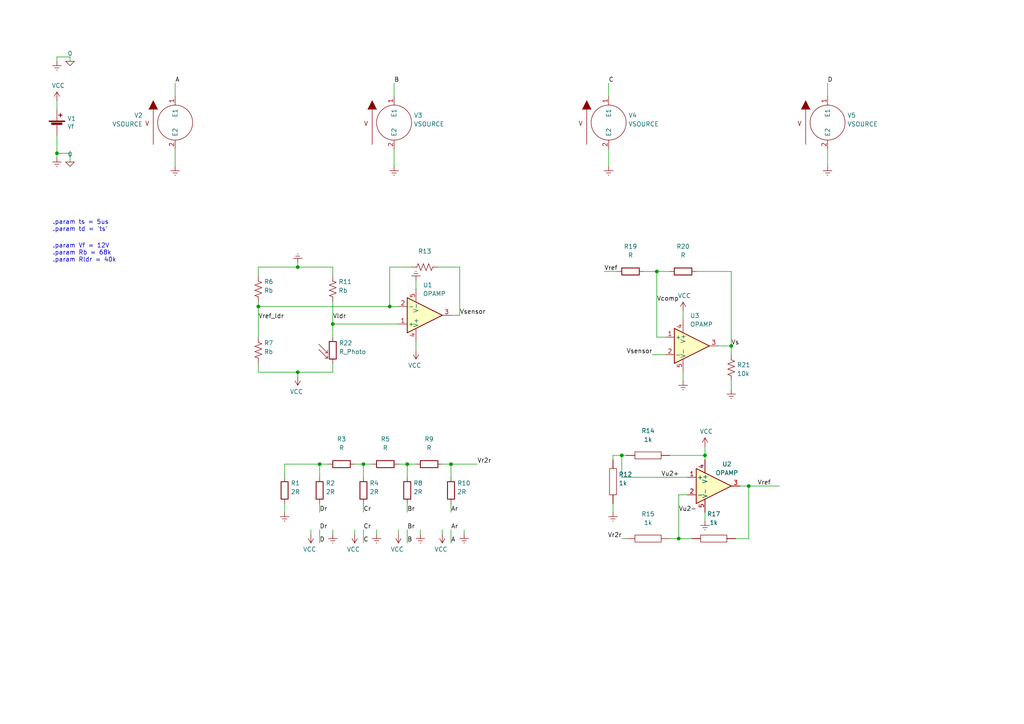
<source format=kicad_sch>
(kicad_sch (version 20211123) (generator eeschema)
  (paper "A4")
  (lib_symbols
    (symbol "Device:Battery_Cell" (pin_numbers hide) (pin_names (offset 0) hide)
      (property "Reference" "BT" (at 2.54 2.54 0))
      (property "Value" "Battery_Cell" (at 2.54 0 0))
      (symbol "Battery_Cell_0_1"
        (rectangle (start -2.286 1.778) (end 2.286 1.524) (fill (type outline)))
        (rectangle (start -1.5748 1.1938) (end 1.4732 0.6858) (fill (type outline)))
        (polyline (pts (xy 0 0.762) (xy 0 0)))
        (polyline (pts (xy 0 1.778) (xy 0 2.54)))
        (polyline (pts (xy 0.508 3.429) (xy 1.524 3.429)) (stroke (width 0.254)))
        (polyline (pts (xy 1.016 3.937) (xy 1.016 2.921)) (stroke (width 0.254)))
      )
      (symbol "Battery_Cell_1_1"
        (pin passive line (at 0 5.08 270) (length 2.54) (name "+") (number "1"))
        (pin passive line (at 0 -2.54 90) (length 2.54) (name "-") (number "2"))
      )
    )
    (symbol "Device:R" (pin_numbers hide) (pin_names (offset 0))
      (property "Reference" "R" (at 2.032 0 90))
      (property "Value" "R" (at 0 0 90))
      (symbol "R_0_1"
        (rectangle (start -1.016 -2.54) (end 1.016 2.54) (stroke (width 0.254)))
      )
      (symbol "R_1_1"
        (pin passive line (at 0 3.81 270) (length 1.27) (name "~") (number "1"))
        (pin passive line (at 0 -3.81 90) (length 1.27) (name "~") (number "2"))
      )
    )
    (symbol "Device:R_Photo" (pin_numbers hide) (pin_names (offset 0))
      (property "Reference" "R" (at 1.27 1.27 0))
      (property "Value" "R_Photo" (at 1.27 0 0))
      (symbol "R_Photo_0_1"
        (rectangle (start -1.016 2.54) (end 1.016 -2.54) (stroke (width 0.254)))
        (polyline (pts (xy -1.524 -2.286) (xy -4.064 0.254)))
        (polyline (pts (xy -1.524 -2.286) (xy -2.286 -2.286)))
        (polyline (pts (xy -1.524 -2.286) (xy -1.524 -1.524)))
        (polyline (pts (xy -1.524 -0.762) (xy -4.064 1.778)))
        (polyline (pts (xy -1.524 -0.762) (xy -2.286 -0.762)))
        (polyline (pts (xy -1.524 -0.762) (xy -1.524 0)))
      )
      (symbol "R_Photo_1_1"
        (pin passive line (at 0 3.81 270) (length 1.27) (name "~") (number "1"))
        (pin passive line (at 0 -3.81 90) (length 1.27) (name "~") (number "2"))
      )
    )
    (symbol "Device:R_US" (pin_numbers hide) (pin_names (offset 0))
      (property "Reference" "R" (at 2.54 0 90))
      (property "Value" "R_US" (at -2.54 0 90))
      (symbol "R_US_0_1"
        (polyline (pts (xy 0 -2.286) (xy 0 -2.54)))
        (polyline (pts (xy 0 2.286) (xy 0 2.54)))
        (polyline (pts (xy 0 -0.762) (xy 1.016 -1.143) (xy 0 -1.524) (xy -1.016 -1.905) (xy 0 -2.286)))
        (polyline (pts (xy 0 0.762) (xy 1.016 0.381) (xy 0 0) (xy -1.016 -0.381) (xy 0 -0.762)))
        (polyline (pts (xy 0 2.286) (xy 1.016 1.905) (xy 0 1.524) (xy -1.016 1.143) (xy 0 0.762)))
      )
      (symbol "R_US_1_1"
        (pin passive line (at 0 3.81 270) (length 1.27) (name "~") (number "1"))
        (pin passive line (at 0 -3.81 90) (length 1.27) (name "~") (number "2"))
      )
    )
    (symbol "Simulation_SPICE:OPAMP" (pin_names (offset 0.254))
      (property "Reference" "U" (at 3.81 3.175 0))
      (property "Value" "OPAMP" (at 3.81 -3.175 0))
      (symbol "OPAMP_0_1"
        (polyline (pts (xy 5.08 0) (xy -5.08 5.08) (xy -5.08 -5.08) (xy 5.08 0)) (stroke (width 0.254)) (fill (type background)))
      )
      (symbol "OPAMP_1_1"
        (pin input line (at -7.62 2.54 0) (length 2.54) (name "+") (number "1"))
        (pin input line (at -7.62 -2.54 0) (length 2.54) (name "-") (number "2"))
        (pin output line (at 7.62 0 180) (length 2.54) (name "~") (number "3"))
        (pin power_in line (at -2.54 7.62 270) (length 3.81) (name "V+") (number "4"))
        (pin power_in line (at -2.54 -7.62 90) (length 3.81) (name "V-") (number "5"))
      )
    )
    (symbol "power:Earth" (power) (pin_names (offset 0))
      (symbol "Earth_0_1"
        (polyline (pts (xy -0.635 -1.905) (xy 0.635 -1.905)))
        (polyline (pts (xy -0.127 -2.54) (xy 0.127 -2.54)))
        (polyline (pts (xy 0 -1.27) (xy 0 0)))
        (polyline (pts (xy 1.27 -1.27) (xy -1.27 -1.27)))
      )
      (symbol "Earth_1_1"
        (pin power_in line (at 0 0 270) (length 0) hide (name "Earth") (number "1"))
      )
    )
    (symbol "power:VCC" (power) (pin_names (offset 0))
      (property "Value" "VCC" (at 0 3.81 0))
      (symbol "VCC_0_1"
        (polyline (pts (xy -0.762 1.27) (xy 0 2.54)))
        (polyline (pts (xy 0 0) (xy 0 2.54)))
        (polyline (pts (xy 0 2.54) (xy 0.762 1.27)))
      )
      (symbol "VCC_1_1"
        (pin power_in line (at 0 0 90) (length 0) hide (name "VCC") (number "1"))
      )
    )
    (symbol "pspice:0" (power) (pin_names (offset 0))
      (property "Value" "0" (at 0 -1.778 0))
      (symbol "0_0_1"
        (polyline (pts (xy -1.27 0) (xy 0 -1.27) (xy 1.27 0) (xy -1.27 0)))
      )
      (symbol "0_1_1"
        (pin power_in line (at 0 0 0) (length 0) hide (name "0") (number "1"))
      )
    )
    (symbol "pspice:R" (pin_numbers hide) (pin_names (offset 0))
      (property "Reference" "R" (at 2.032 0 90))
      (property "Value" "R" (at 0 0 90))
      (symbol "R_0_1"
        (rectangle (start -1.016 3.81) (end 1.016 -3.81))
      )
      (symbol "R_1_1"
        (pin passive line (at 0 6.35 270) (length 2.54) (name "~") (number "1"))
        (pin passive line (at 0 -6.35 90) (length 2.54) (name "~") (number "2"))
      )
    )
    (symbol "pspice:VSOURCE" (pin_names (offset 1.016))
      (property "Reference" "V" (at -6.35 7.62 0))
      (property "Value" "VSOURCE" (at 0 0 0))
      (symbol "VSOURCE_0_1"
        (polyline (pts (xy -6.35 -6.35) (xy -6.35 3.81)) (fill (type outline)))
        (polyline (pts (xy -7.62 3.81) (xy -6.35 6.35) (xy -5.08 3.81)) (fill (type outline)))
        (circle (center 0 0) (radius 5.08))
        (text "V" (at -8.128 -0.254 0) (effects (font (size 1.27 1.27))))
      )
      (symbol "VSOURCE_1_1"
        (pin input line (at 0 7.62 270) (length 2.54) (name "E1") (number "1"))
        (pin input line (at 0 -7.62 90) (length 2.54) (name "E2") (number "2"))
      )
    )
  )
  (junction (at 86.36 107.95))
  (junction (at 113.03 88.9))
  (junction (at 92.71 134.62))
  (junction (at 118.11 134.62))
  (junction (at 180.34 132.08))
  (junction (at 196.85 156.21))
  (junction (at 190.5 78.74))
  (junction (at 16.51 44.45))
  (junction (at 212.09 100.33))
  (junction (at 130.81 134.62))
  (junction (at 74.93 88.9))
  (junction (at 204.47 132.08))
  (junction (at 86.36 77.47))
  (junction (at 105.41 134.62))
  (junction (at 96.52 93.98))
  (junction (at 217.17 140.97))
  (wire (pts (xy 198.12 107.95) (xy 198.12 110.49)))
  (wire (pts (xy 130.81 91.44) (xy 133.35 91.44)))
  (wire (pts (xy 82.55 134.62) (xy 92.71 134.62)))
  (wire (pts (xy 204.47 129.54) (xy 204.47 132.08)))
  (wire (pts (xy 96.52 93.98) (xy 96.52 97.79)))
  (wire (pts (xy 118.11 157.48) (xy 118.11 153.67)))
  (wire (pts (xy 217.17 140.97) (xy 217.17 156.21)))
  (wire (pts (xy 115.57 134.62) (xy 118.11 134.62)))
  (wire (pts (xy 74.93 80.01) (xy 74.93 77.47)))
  (wire (pts (xy 128.27 153.67) (xy 128.27 154.94)))
  (wire (pts (xy 177.8 148.59) (xy 177.8 146.05)))
  (wire (pts (xy 121.92 153.67) (xy 121.92 154.94)))
  (wire (pts (xy 201.93 78.74) (xy 212.09 78.74)))
  (wire (pts (xy 120.65 81.28) (xy 120.65 83.82)))
  (wire (pts (xy 96.52 107.95) (xy 86.36 107.95)))
  (wire (pts (xy 105.41 146.05) (xy 105.41 148.59)))
  (wire (pts (xy 16.51 44.45) (xy 20.32 44.45)))
  (wire (pts (xy 212.09 110.49) (xy 212.09 113.03)))
  (wire (pts (xy 105.41 157.48) (xy 105.41 153.67)))
  (wire (pts (xy 198.12 90.17) (xy 198.12 92.71)))
  (wire (pts (xy 20.32 16.51) (xy 20.32 17.78)))
  (wire (pts (xy 240.03 24.13) (xy 240.03 27.94)))
  (wire (pts (xy 128.27 134.62) (xy 130.81 134.62)))
  (wire (pts (xy 86.36 76.2) (xy 86.36 77.47)))
  (wire (pts (xy 82.55 148.59) (xy 82.55 146.05)))
  (wire (pts (xy 180.34 138.43) (xy 180.34 132.08)))
  (wire (pts (xy 96.52 77.47) (xy 96.52 80.01)))
  (wire (pts (xy 130.81 134.62) (xy 130.81 138.43)))
  (wire (pts (xy 118.11 134.62) (xy 120.65 134.62)))
  (wire (pts (xy 130.81 134.62) (xy 138.43 134.62)))
  (wire (pts (xy 127 77.47) (xy 133.35 77.47)))
  (wire (pts (xy 86.36 77.47) (xy 96.52 77.47)))
  (wire (pts (xy 204.47 151.13) (xy 204.47 148.59)))
  (wire (pts (xy 189.23 102.87) (xy 193.04 102.87)))
  (wire (pts (xy 114.3 43.18) (xy 114.3 48.26)))
  (wire (pts (xy 133.35 77.47) (xy 133.35 91.44)))
  (wire (pts (xy 217.17 140.97) (xy 226.06 140.97)))
  (wire (pts (xy 134.62 153.67) (xy 134.62 154.94)))
  (wire (pts (xy 96.52 87.63) (xy 96.52 93.98)))
  (wire (pts (xy 130.81 153.67) (xy 130.81 157.48)))
  (wire (pts (xy 180.34 138.43) (xy 199.39 138.43)))
  (wire (pts (xy 194.31 156.21) (xy 196.85 156.21)))
  (wire (pts (xy 92.71 146.05) (xy 92.71 148.59)))
  (wire (pts (xy 130.81 146.05) (xy 130.81 148.59)))
  (wire (pts (xy 204.47 132.08) (xy 204.47 133.35)))
  (wire (pts (xy 92.71 134.62) (xy 95.25 134.62)))
  (wire (pts (xy 240.03 43.18) (xy 240.03 48.26)))
  (wire (pts (xy 82.55 138.43) (xy 82.55 134.62)))
  (wire (pts (xy 190.5 78.74) (xy 194.31 78.74)))
  (wire (pts (xy 16.51 16.51) (xy 20.32 16.51)))
  (wire (pts (xy 175.26 78.74) (xy 179.07 78.74)))
  (wire (pts (xy 105.41 138.43) (xy 105.41 134.62)))
  (wire (pts (xy 177.8 133.35) (xy 177.8 132.08)))
  (wire (pts (xy 180.34 132.08) (xy 181.61 132.08)))
  (wire (pts (xy 176.53 24.13) (xy 176.53 27.94)))
  (wire (pts (xy 96.52 105.41) (xy 96.52 107.95)))
  (wire (pts (xy 196.85 156.21) (xy 196.85 143.51)))
  (wire (pts (xy 118.11 146.05) (xy 118.11 148.59)))
  (wire (pts (xy 119.38 77.47) (xy 113.03 77.47)))
  (wire (pts (xy 190.5 97.79) (xy 190.5 78.74)))
  (wire (pts (xy 113.03 88.9) (xy 115.57 88.9)))
  (wire (pts (xy 20.32 44.45) (xy 20.32 46.99)))
  (wire (pts (xy 16.51 17.78) (xy 16.51 16.51)))
  (wire (pts (xy 50.8 24.13) (xy 50.8 27.94)))
  (wire (pts (xy 214.63 140.97) (xy 217.17 140.97)))
  (wire (pts (xy 96.52 93.98) (xy 115.57 93.98)))
  (wire (pts (xy 186.69 78.74) (xy 190.5 78.74)))
  (wire (pts (xy 74.93 107.95) (xy 74.93 105.41)))
  (wire (pts (xy 16.51 44.45) (xy 16.51 45.72)))
  (wire (pts (xy 96.52 153.67) (xy 96.52 154.94)))
  (wire (pts (xy 86.36 109.22) (xy 86.36 107.95)))
  (wire (pts (xy 176.53 43.18) (xy 176.53 48.26)))
  (wire (pts (xy 180.34 156.21) (xy 181.61 156.21)))
  (wire (pts (xy 109.22 153.67) (xy 109.22 154.94)))
  (wire (pts (xy 74.93 88.9) (xy 74.93 97.79)))
  (wire (pts (xy 92.71 157.48) (xy 92.71 153.67)))
  (wire (pts (xy 213.36 156.21) (xy 217.17 156.21)))
  (wire (pts (xy 74.93 88.9) (xy 74.93 87.63)))
  (wire (pts (xy 120.65 99.06) (xy 120.65 101.6)))
  (wire (pts (xy 177.8 132.08) (xy 180.34 132.08)))
  (wire (pts (xy 114.3 24.13) (xy 114.3 27.94)))
  (wire (pts (xy 74.93 88.9) (xy 113.03 88.9)))
  (wire (pts (xy 196.85 156.21) (xy 200.66 156.21)))
  (wire (pts (xy 113.03 77.47) (xy 113.03 88.9)))
  (wire (pts (xy 74.93 77.47) (xy 86.36 77.47)))
  (wire (pts (xy 86.36 107.95) (xy 74.93 107.95)))
  (wire (pts (xy 50.8 43.18) (xy 50.8 48.26)))
  (wire (pts (xy 102.87 153.67) (xy 102.87 154.94)))
  (wire (pts (xy 212.09 78.74) (xy 212.09 100.33)))
  (wire (pts (xy 92.71 138.43) (xy 92.71 134.62)))
  (wire (pts (xy 115.57 153.67) (xy 115.57 154.94)))
  (wire (pts (xy 102.87 134.62) (xy 105.41 134.62)))
  (wire (pts (xy 196.85 143.51) (xy 199.39 143.51)))
  (wire (pts (xy 193.04 97.79) (xy 190.5 97.79)))
  (wire (pts (xy 16.51 39.37) (xy 16.51 44.45)))
  (wire (pts (xy 194.31 132.08) (xy 204.47 132.08)))
  (wire (pts (xy 90.17 153.67) (xy 90.17 154.94)))
  (wire (pts (xy 208.28 100.33) (xy 212.09 100.33)))
  (wire (pts (xy 105.41 134.62) (xy 107.95 134.62)))
  (wire (pts (xy 118.11 138.43) (xy 118.11 134.62)))
  (wire (pts (xy 212.09 100.33) (xy 212.09 102.87)))
  (wire (pts (xy 16.51 31.75) (xy 16.51 29.21)))
  (text ".param Vf = 12V\n.param Rb = 68k\n.param Rldr = 40k" (at 15.24 76.2 0) (effects (font (size 1.27 1.27)) (justify left bottom)))
  (text ".param ts = 5us\n.param td = 'ts'" (at 15.24 67.31 0) (effects (font (size 1.27 1.27)) (justify left bottom)))
  (label "Ar" (at 130.81 153.67 0))
  (label "A" (at 130.81 157.48 0))
  (label "Vu2+" (at 191.77 138.43 0))
  (label "Vsensor" (at 189.23 102.87 180))
  (label "Vsensor" (at 133.35 91.44 0))
  (label "Vr2r" (at 180.34 156.21 180))
  (label "D" (at 240.03 24.13 0))
  (label "Vcomp" (at 190.5 87.63 0))
  (label "Vldr" (at 96.52 92.71 0))
  (label "Vref_ldr" (at 74.93 92.71 0))
  (label "Vu2-" (at 196.85 148.59 0))
  (label "C" (at 105.41 157.48 0))
  (label "Ar" (at 130.81 148.59 0))
  (label "Vref" (at 219.71 140.97 0))
  (label "Cr" (at 105.41 148.59 0))
  (label "Dr" (at 92.71 148.59 0))
  (label "C" (at 176.53 24.13 0))
  (label "Vref" (at 175.26 78.74 0))
  (label "A" (at 50.8 24.13 0))
  (label "Vs" (at 212.09 100.33 0))
  (label "Br" (at 118.11 153.67 0))
  (label "Vr2r" (at 138.43 134.62 0))
  (label "Br" (at 118.11 148.59 0))
  (label "D" (at 92.71 157.48 0))
  (label "Dr" (at 92.71 153.67 0))
  (label "B" (at 118.11 157.48 0))
  (label "B" (at 114.3 24.13 0))
  (label "Cr" (at 105.41 153.67 0))
  (symbol (lib_id "pspice:VSOURCE") (at 50.8 35.56 0) (unit 1)
    (property "Reference" "V2" (at 41.4133 33.4569 0) (effects (justify right)))
    (property "Value" "VSOURCE" (at 41.4133 35.9938 0) (effects (justify right)))
    (property "Spice_Primitive" "V" (effects hide))
    (property "Spice_Model" "dc Vf pwl(0 0 50m 0 '50m+ts' Vf 62.5m Vf '62.5m+td' 0 r =0)" (at 96.52 54.61 0) (effects (justify right)))
    (property "Spice_Netlist_Enabled" "Y" (effects hide))
  )
  (symbol (lib_id "power:Earth") (at 50.8 48.26 0) (unit 1)
    (property "Reference" "#PWR06" (effects hide))
    (property "Value" "Earth" (effects hide))
  )
  (symbol (lib_id "power:Earth") (at 204.47 151.13 0) (unit 1)
    (property "Reference" "#PWR026" (effects hide))
    (property "Value" "Earth" (effects hide))
  )
  (symbol (lib_id "Device:R") (at 99.06 134.62 270) (unit 1)
    (property "Reference" "R3" (at 99.06 127.3674 90))
    (property "Value" "R" (at 99.06 129.9043 90))
    (property "Spice_Primitive" "R" (effects hide))
    (property "Spice_Model" "11k" (at 99.06 132.4412 90))
    (property "Spice_Netlist_Enabled" "Y" (effects hide))
  )
  (symbol (lib_id "Device:R") (at 82.55 142.24 0) (unit 1)
    (property "Reference" "R1" (at 84.328 140.1369 0) (effects (justify left)))
    (property "Value" "2R" (at 84.328 142.6738 0) (effects (justify left)))
    (property "Spice_Primitive" "R" (effects hide))
    (property "Spice_Model" "22k" (at 84.328 145.2107 0) (effects (justify left)))
    (property "Spice_Netlist_Enabled" "Y" (effects hide))
  )
  (symbol (lib_id "power:Earth") (at 82.55 148.59 0) (unit 1)
    (property "Reference" "#PWR01" (effects hide))
    (property "Value" "Earth" (effects hide))
  )
  (symbol (lib_id "pspice:VSOURCE") (at 114.3 35.56 0) (unit 1)
    (property "Reference" "V3" (at 120.015 33.4569 0) (effects (justify left)))
    (property "Value" "VSOURCE" (at 120.015 35.9938 0) (effects (justify left)))
    (property "Spice_Primitive" "V" (effects hide))
    (property "Spice_Model" "dc Vf pwl(0 0 25m 0 '25m+ts' Vf 50m Vf  '50m+td' 0 62.5m 0 r=0)" (at 105.41 20.32 0) (effects (justify left)))
    (property "Spice_Netlist_Enabled" "Y" (effects hide))
  )
  (symbol (lib_id "power:Earth") (at 114.3 48.26 0) (unit 1)
    (property "Reference" "#PWR011" (effects hide))
    (property "Value" "Earth" (effects hide))
  )
  (symbol (lib_id "pspice:VSOURCE") (at 176.53 35.56 0) (unit 1)
    (property "Reference" "V4" (at 182.245 33.4569 0) (effects (justify left)))
    (property "Value" "VSOURCE" (at 182.245 35.9938 0) (effects (justify left)))
    (property "Spice_Primitive" "V" (effects hide))
    (property "Spice_Model" "dc Vf pwl(0 0 12.5m 0 '12.5m+ts' Vf 25m Vf '25m+td' 0 37.5m 0 '37.5m+ts' Vf 50m Vf '50m+td' 0 62.5m 0 r =0)" (at 167.64 54.61 0) (effects (justify left)))
    (property "Spice_Netlist_Enabled" "Y" (effects hide))
  )
  (symbol (lib_id "power:Earth") (at 176.53 48.26 0) (unit 1)
    (property "Reference" "#PWR017" (effects hide))
    (property "Value" "Earth" (effects hide))
  )
  (symbol (lib_id "pspice:VSOURCE") (at 240.03 35.56 0) (unit 1)
    (property "Reference" "V5" (at 245.7449 33.4569 0) (effects (justify left)))
    (property "Value" "VSOURCE" (at 245.7449 35.9938 0) (effects (justify left)))
    (property "Spice_Primitive" "V" (effects hide))
    (property "Spice_Model" "dc Vf pulse(0 Vf 6.25m ts td 6.25m 12.5m)" (at 231.14 20.32 0) (effects (justify left)))
    (property "Spice_Netlist_Enabled" "Y" (effects hide))
  )
  (symbol (lib_id "power:Earth") (at 240.03 48.26 0) (unit 1)
    (property "Reference" "#PWR022" (effects hide))
    (property "Value" "Earth" (effects hide))
  )
  (symbol (lib_id "power:Earth") (at 16.51 45.72 0) (unit 1)
    (property "Reference" "#PWR?" (effects hide))
    (property "Value" "Earth" (effects hide))
  )
  (symbol (lib_id "power:VCC") (at 16.51 29.21 0) (unit 1)
    (property "Reference" "#PWR02" (effects hide))
    (property "Value" "VCC" (at 16.891 24.8158 0))
  )
  (symbol (lib_id "Device:R") (at 124.46 134.62 270) (unit 1)
    (property "Reference" "R9" (at 124.46 127.3674 90))
    (property "Value" "R" (at 124.46 129.9043 90))
    (property "Spice_Primitive" "R" (effects hide))
    (property "Spice_Model" "11k" (at 124.46 132.4412 90))
    (property "Spice_Netlist_Enabled" "Y" (effects hide))
  )
  (symbol (lib_id "Device:R_US") (at 74.93 101.6 0) (unit 1)
    (property "Reference" "R7" (at 76.581 99.4969 0) (effects (justify left)))
    (property "Value" "Rb" (at 76.581 102.0338 0) (effects (justify left)))
    (property "Spice_Primitive" "R" (effects hide))
    (property "Spice_Model" "Rb" (at 76.581 104.5707 0) (effects (justify left)))
    (property "Spice_Netlist_Enabled" "Y" (effects hide))
  )
  (symbol (lib_id "power:Earth") (at 121.92 154.94 0) (unit 1)
    (property "Reference" "#PWR012" (effects hide))
    (property "Value" "Earth" (effects hide))
  )
  (symbol (lib_id "Device:R") (at 105.41 142.24 0) (unit 1)
    (property "Reference" "R4" (at 107.188 140.1369 0) (effects (justify left)))
    (property "Value" "2R" (at 107.188 142.6738 0) (effects (justify left)))
    (property "Spice_Primitive" "R" (effects hide))
    (property "Spice_Model" "22k" (at 107.188 145.2107 0) (effects (justify left)))
    (property "Spice_Netlist_Enabled" "Y" (effects hide))
  )
  (symbol (lib_id "power:VCC") (at 198.12 90.17 0) (unit 1)
    (property "Reference" "#PWR028" (effects hide))
    (property "Value" "VCC" (at 198.501 85.7758 0))
  )
  (symbol (lib_id "pspice:R") (at 187.96 156.21 270) (unit 1)
    (property "Reference" "R15" (at 187.96 149.0844 90))
    (property "Value" "1k" (at 187.96 151.6213 90))
    (property "Spice_Primitive" "R" (effects hide))
    (property "Spice_Model" "100k" (at 187.96 154.1582 90))
    (property "Spice_Netlist_Enabled" "Y" (effects hide))
  )
  (symbol (lib_id "Device:R") (at 92.71 142.24 0) (unit 1)
    (property "Reference" "R2" (at 94.488 140.1369 0) (effects (justify left)))
    (property "Value" "2R" (at 94.488 142.6738 0) (effects (justify left)))
    (property "Spice_Primitive" "R" (effects hide))
    (property "Spice_Model" "22k" (at 94.488 145.2107 0) (effects (justify left)))
    (property "Spice_Netlist_Enabled" "Y" (effects hide))
  )
  (symbol (lib_id "power:Earth") (at 96.52 154.94 0) (unit 1)
    (property "Reference" "#PWR07" (effects hide))
    (property "Value" "Earth" (effects hide))
  )
  (symbol (lib_id "Device:R_US") (at 123.19 77.47 90) (unit 1)
    (property "Reference" "R13" (at 123.19 72.8812 90))
    (property "Value" "1M" (effects hide))
    (property "Spice_Primitive" "R" (effects hide))
    (property "Spice_Model" "10k" (at 123.19 75.4181 90))
    (property "Spice_Netlist_Enabled" "Y" (effects hide))
  )
  (symbol (lib_id "Device:R_US") (at 212.09 106.68 180) (unit 1)
    (property "Reference" "R21" (at 213.741 105.8453 0) (effects (justify right)))
    (property "Value" "10k" (at 213.741 108.3822 0) (effects (justify right)))
    (property "Spice_Primitive" "R" (effects hide))
    (property "Spice_Model" "1Meg" (effects hide))
    (property "Spice_Netlist_Enabled" "Y" (effects hide))
  )
  (symbol (lib_id "Device:R_US") (at 96.52 83.82 0) (unit 1)
    (property "Reference" "R11" (at 98.171 81.7169 0) (effects (justify left)))
    (property "Value" "Rb" (at 98.171 84.2538 0) (effects (justify left)))
    (property "Spice_Primitive" "R" (effects hide))
    (property "Spice_Model" "22k" (at 98.171 86.7907 0) (effects (justify left)))
    (property "Spice_Netlist_Enabled" "Y" (effects hide))
  )
  (symbol (lib_id "power:VCC") (at 120.65 101.6 180) (unit 1)
    (property "Reference" "#PWR021" (effects hide))
    (property "Value" "VCC" (at 120.269 105.9942 0))
  )
  (symbol (lib_id "Device:R") (at 111.76 134.62 270) (unit 1)
    (property "Reference" "R5" (at 111.76 127.3674 90))
    (property "Value" "R" (at 111.76 129.9043 90))
    (property "Spice_Primitive" "R" (effects hide))
    (property "Spice_Model" "11k" (at 111.76 132.4412 90))
    (property "Spice_Netlist_Enabled" "Y" (effects hide))
  )
  (symbol (lib_id "pspice:0") (at 20.32 46.99 0) (unit 1)
    (property "Reference" "#GND?" (effects hide))
    (property "Value" "0" (at 20.32 44.7294 0))
  )
  (symbol (lib_id "power:VCC") (at 204.47 129.54 0) (unit 1)
    (property "Reference" "#PWR025" (effects hide))
    (property "Value" "VCC" (at 204.851 125.1458 0))
  )
  (symbol (lib_id "Device:R") (at 130.81 142.24 0) (unit 1)
    (property "Reference" "R10" (at 132.588 140.1369 0) (effects (justify left)))
    (property "Value" "2R" (at 132.588 142.6738 0) (effects (justify left)))
    (property "Spice_Primitive" "R" (effects hide))
    (property "Spice_Model" "22k" (at 132.588 145.2107 0) (effects (justify left)))
    (property "Spice_Netlist_Enabled" "Y" (effects hide))
  )
  (symbol (lib_id "power:Earth") (at 177.8 148.59 0) (unit 1)
    (property "Reference" "#PWR019" (effects hide))
    (property "Value" "Earth" (effects hide))
  )
  (symbol (lib_id "power:Earth") (at 134.62 154.94 0) (unit 1)
    (property "Reference" "#PWR016" (effects hide))
    (property "Value" "Earth" (effects hide))
  )
  (symbol (lib_id "Device:R_US") (at 74.93 83.82 0) (unit 1)
    (property "Reference" "R6" (at 76.581 81.7169 0) (effects (justify left)))
    (property "Value" "Rb" (at 76.581 84.2538 0) (effects (justify left)))
    (property "Spice_Primitive" "R" (effects hide))
    (property "Spice_Model" "Rb" (at 76.581 86.7907 0) (effects (justify left)))
    (property "Spice_Netlist_Enabled" "Y" (effects hide))
  )
  (symbol (lib_id "power:VCC") (at 115.57 154.94 180) (unit 1)
    (property "Reference" "#PWR010" (effects hide))
    (property "Value" "VCC" (at 115.189 159.3342 0))
  )
  (symbol (lib_id "Device:R") (at 182.88 78.74 90) (unit 1)
    (property "Reference" "R19" (at 182.88 71.4874 90))
    (property "Value" "R" (at 182.88 74.0243 90))
    (property "Spice_Primitive" "R" (effects hide))
    (property "Spice_Model" "15k" (at 182.88 76.5612 90))
    (property "Spice_Netlist_Enabled" "Y" (effects hide))
  )
  (symbol (lib_id "power:Earth") (at 109.22 154.94 0) (unit 1)
    (property "Reference" "#PWR09" (effects hide))
    (property "Value" "Earth" (effects hide))
  )
  (symbol (lib_id "power:Earth") (at 16.51 17.78 0) (unit 1)
    (property "Reference" "#PWR03" (effects hide))
    (property "Value" "Earth" (effects hide))
  )
  (symbol (lib_id "Device:R") (at 118.11 142.24 0) (unit 1)
    (property "Reference" "R8" (at 119.888 140.1369 0) (effects (justify left)))
    (property "Value" "2R" (at 119.888 142.6738 0) (effects (justify left)))
    (property "Spice_Primitive" "R" (effects hide))
    (property "Spice_Model" "22k" (at 119.888 145.2107 0) (effects (justify left)))
    (property "Spice_Netlist_Enabled" "Y" (effects hide))
  )
  (symbol (lib_id "power:Earth") (at 198.12 110.49 0) (mirror y) (unit 1)
    (property "Reference" "#PWR029" (effects hide))
    (property "Value" "Earth" (effects hide))
  )
  (symbol (lib_id "power:VCC") (at 90.17 154.94 180) (unit 1)
    (property "Reference" "#PWR04" (effects hide))
    (property "Value" "VCC" (at 89.789 159.3342 0))
  )
  (symbol (lib_id "Simulation_SPICE:OPAMP") (at 123.19 91.44 0) (mirror x) (unit 1)
    (property "Reference" "U1" (at 122.6694 82.6602 0) (effects (justify left)))
    (property "Value" "OPAMP" (at 122.6694 85.1971 0) (effects (justify left)))
    (property "Spice_Netlist_Enabled" "Y" (effects hide))
    (property "Spice_Primitive" "X" (effects hide))
    (property "Spice_Model" "LM324N" (effects hide))
    (property "Spice_Lib_File" "/home/mpt/Documentos/Projetos/kicad-libraries/kicad-spice-library/Models/uncategorized/spice_complete/NATBJT.LIB" (effects hide))
    (property "Spice_Node_Sequence" "1 2 4 5 3" (effects hide))
  )
  (symbol (lib_id "power:VCC") (at 86.36 109.22 180) (unit 1)
    (property "Reference" "#PWR013" (effects hide))
    (property "Value" "VCC" (at 85.979 113.6142 0))
  )
  (symbol (lib_id "pspice:0") (at 20.32 17.78 0) (unit 1)
    (property "Reference" "#GND01" (effects hide))
    (property "Value" "0" (at 20.32 15.5194 0))
  )
  (symbol (lib_id "Simulation_SPICE:OPAMP") (at 207.01 140.97 0) (unit 1)
    (property "Reference" "U2" (at 210.82 134.62 0))
    (property "Value" "OPAMP" (at 210.82 137.16 0))
    (property "Spice_Netlist_Enabled" "Y" (effects hide))
    (property "Spice_Primitive" "X" (effects hide))
    (property "Spice_Model" "LM324N" (effects hide))
    (property "Spice_Lib_File" "/home/mpt/Documentos/Projetos/kicad-libraries/kicad-spice-library/Models/uncategorized/spice_complete/NATBJT.LIB" (effects hide))
    (property "Spice_Node_Sequence" "1 2 4 5 3" (effects hide))
  )
  (symbol (lib_id "pspice:R") (at 187.96 132.08 90) (unit 1)
    (property "Reference" "R14" (at 187.96 124.9544 90))
    (property "Value" "1k" (at 187.96 127.4913 90))
    (property "Spice_Primitive" "R" (effects hide))
    (property "Spice_Model" "220k" (at 187.96 130.0282 90))
    (property "Spice_Netlist_Enabled" "Y" (effects hide))
  )
  (symbol (lib_id "Device:Battery_Cell") (at 16.51 36.83 0) (unit 1)
    (property "Reference" "V1" (at 19.5072 34.3916 0) (effects (justify left)))
    (property "Value" "Vf" (at 19.5072 36.703 0) (effects (justify left)))
    (property "Spice_Primitive" "V" (effects hide))
    (property "Spice_Model" "dc Vf" (effects hide))
    (property "Spice_Netlist_Enabled" "Y" (effects hide))
  )
  (symbol (lib_id "power:Earth") (at 86.36 76.2 180) (unit 1)
    (property "Reference" "#PWR014" (effects hide))
    (property "Value" "Earth" (effects hide))
  )
  (symbol (lib_id "Device:R") (at 198.12 78.74 90) (unit 1)
    (property "Reference" "R20" (at 198.12 71.4874 90))
    (property "Value" "R" (at 198.12 74.0243 90))
    (property "Spice_Primitive" "R" (effects hide))
    (property "Spice_Model" "100k" (at 198.12 76.5612 90))
    (property "Spice_Netlist_Enabled" "Y" (effects hide))
  )
  (symbol (lib_id "power:VCC") (at 128.27 154.94 180) (unit 1)
    (property "Reference" "#PWR015" (effects hide))
    (property "Value" "VCC" (at 127.889 159.3342 0))
  )
  (symbol (lib_id "power:Earth") (at 120.65 81.28 180) (unit 1)
    (property "Reference" "#PWR020" (effects hide))
    (property "Value" "Earth" (effects hide))
  )
  (symbol (lib_id "power:Earth") (at 212.09 113.03 0) (unit 1)
    (property "Reference" "#PWR030" (effects hide))
    (property "Value" "Earth" (effects hide))
  )
  (symbol (lib_id "pspice:R") (at 177.8 139.7 180) (unit 1)
    (property "Reference" "R12" (at 179.451 137.5969 0) (effects (justify right)))
    (property "Value" "1k" (at 179.451 140.1338 0) (effects (justify right)))
    (property "Spice_Primitive" "R" (effects hide))
    (property "Spice_Model" "120k" (at 179.451 142.6707 0) (effects (justify right)))
    (property "Spice_Netlist_Enabled" "Y" (effects hide))
  )
  (symbol (lib_id "power:VCC") (at 102.87 154.94 180) (unit 1)
    (property "Reference" "#PWR08" (effects hide))
    (property "Value" "VCC" (at 102.489 159.3342 0))
  )
  (symbol (lib_id "Device:R_Photo") (at 96.52 101.6 0) (unit 1)
    (property "Reference" "R22" (at 98.298 99.4969 0) (effects (justify left)))
    (property "Value" "R_Photo" (at 98.298 102.0338 0) (effects (justify left)))
    (property "Spice_Primitive" "R" (effects hide))
    (property "Spice_Model" "10k" (at 98.298 104.5707 0) (effects (justify left)))
    (property "Spice_Netlist_Enabled" "Y" (effects hide))
  )
  (symbol (lib_id "pspice:R") (at 207.01 156.21 270) (unit 1)
    (property "Reference" "R17" (at 207.01 149.0844 90))
    (property "Value" "1k" (at 207.01 151.6213 90))
    (property "Spice_Primitive" "R" (effects hide))
    (property "Spice_Model" "160k" (at 207.01 154.1582 90))
    (property "Spice_Netlist_Enabled" "Y" (effects hide))
  )
  (symbol (lib_id "Simulation_SPICE:OPAMP") (at 200.66 100.33 0) (unit 1)
    (property "Reference" "U3" (at 200.1394 91.5502 0) (effects (justify left)))
    (property "Value" "OPAMP" (at 200.1394 94.0871 0) (effects (justify left)))
    (property "Spice_Netlist_Enabled" "Y" (effects hide))
    (property "Spice_Primitive" "X" (effects hide))
    (property "Spice_Model" "LM324N" (effects hide))
    (property "Spice_Lib_File" "/home/mpt/Documentos/Projetos/kicad-libraries/kicad-spice-library/Models/uncategorized/spice_complete/NATBJT.LIB" (effects hide))
    (property "Spice_Node_Sequence" "1 2 4 5 3" (effects hide))
  )
)
</source>
